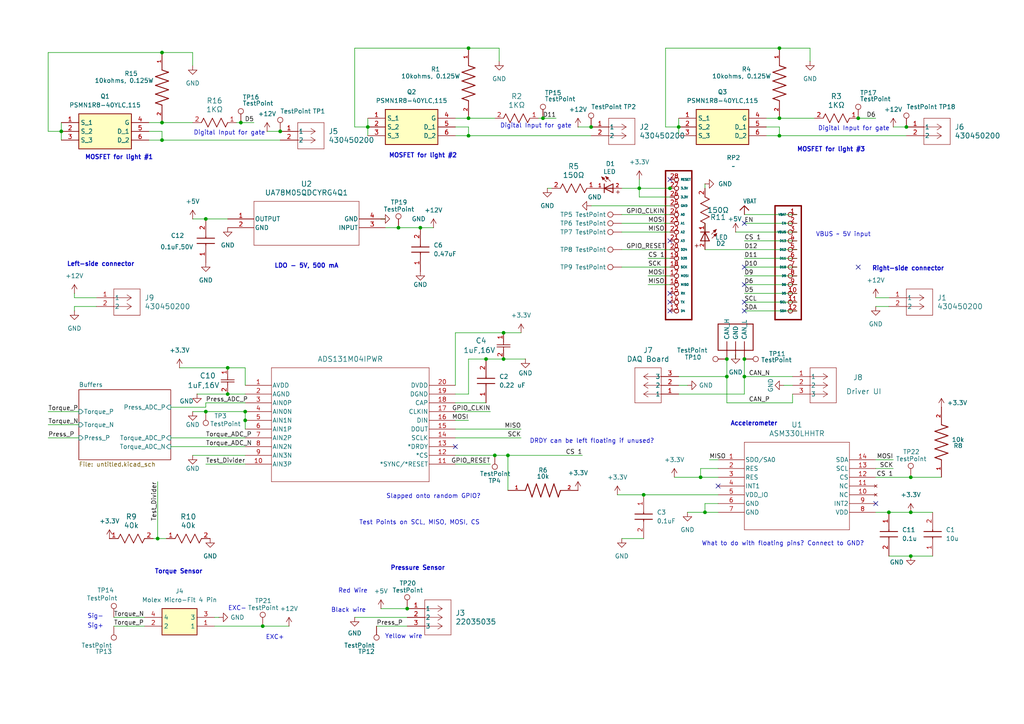
<source format=kicad_sch>
(kicad_sch (version 20231120) (generator "eeschema") (generator_version "8.0")
  (paper "A4")
  (junction (at 140.97 104.14))
  (junction (at 210.82 104.14))
  (junction (at 135.89 34.29))
  (junction (at 248.92 34.29))
  (junction (at 210.82 109.22))
  (junction (at 17.78 38.1))
  (junction (at 46.99 40.64))
  (junction (at 194.31 54.61))
  (junction (at 71.12 119.38))
  (junction (at 203.2 138.43))
  (junction (at 226.06 34.29))
  (junction (at 226.06 39.37))
  (junction (at 264.16 138.43))
  (junction (at 115.57 66.04))
  (junction (at 59.69 63.5))
  (junction (at 146.05 96.52))
  (junction (at 185.42 54.61))
  (junction (at 226.06 13.97))
  (junction (at 46.99 15.24))
  (junction (at 264.16 161.29))
  (junction (at 81.28 38.1))
  (junction (at 143.51 132.08))
  (junction (at 215.9 104.14))
  (junction (at 69.85 35.56))
  (junction (at 118.11 176.53))
  (junction (at 146.05 104.14))
  (junction (at 121.92 66.04))
  (junction (at 46.99 35.56))
  (junction (at 264.16 148.59))
  (junction (at 262.89 36.83))
  (junction (at 257.81 148.59))
  (junction (at 215.9 109.22))
  (junction (at 135.89 13.97))
  (junction (at 66.04 106.68))
  (junction (at 135.89 39.37))
  (junction (at 76.2 181.61))
  (junction (at 66.04 114.3))
  (junction (at 196.85 36.83))
  (junction (at 71.12 121.92))
  (junction (at 106.68 36.83))
  (junction (at 45.72 156.21))
  (junction (at 186.69 143.51))
  (junction (at 59.69 119.38))
  (junction (at 147.32 132.08))
  (junction (at 157.48 34.29))
  (junction (at 171.45 36.83))
  (junction (at 204.47 148.59))
  (no_connect (at 215.9 87.63))
  (no_connect (at 215.9 77.47))
  (no_connect (at 194.31 69.85))
  (no_connect (at 215.9 64.77))
  (no_connect (at 194.31 52.07))
  (no_connect (at 254 146.05))
  (no_connect (at 194.31 90.17))
  (no_connect (at 215.9 82.55))
  (no_connect (at 208.28 140.97))
  (no_connect (at 215.9 90.17))
  (no_connect (at 194.31 87.63))
  (no_connect (at 194.31 85.09))
  (no_connect (at 248.92 77.47))
  (no_connect (at 132.08 129.54))
  (wire (pts (xy 204.47 72.39) (xy 231.14 72.39)))
  (wire (pts (xy 44.45 156.21) (xy 45.72 156.21)))
  (wire (pts (xy 69.85 35.56) (xy 73.66 35.56)))
  (wire (pts (xy 196.85 36.83) (xy 193.04 36.83)))
  (wire (pts (xy 199.39 148.59) (xy 204.47 148.59)))
  (wire (pts (xy 45.72 156.21) (xy 48.26 156.21)))
  (wire (pts (xy 132.08 39.37) (xy 135.89 39.37)))
  (wire (pts (xy 110.49 63.5) (xy 111.76 63.5)))
  (wire (pts (xy 196.85 114.3) (xy 215.9 114.3)))
  (wire (pts (xy 21.59 88.9) (xy 27.94 88.9)))
  (wire (pts (xy 208.28 146.05) (xy 204.47 146.05)))
  (wire (pts (xy 66.04 106.68) (xy 71.12 106.68)))
  (wire (pts (xy 140.97 104.14) (xy 146.05 104.14)))
  (wire (pts (xy 81.28 38.1) (xy 77.47 38.1)))
  (wire (pts (xy 43.18 38.1) (xy 46.99 38.1)))
  (wire (pts (xy 33.02 181.61) (xy 41.91 181.61)))
  (wire (pts (xy 213.36 102.87) (xy 213.36 104.14)))
  (wire (pts (xy 208.28 135.89) (xy 203.2 135.89)))
  (wire (pts (xy 204.47 148.59) (xy 208.28 148.59)))
  (wire (pts (xy 17.78 35.56) (xy 17.78 38.1)))
  (wire (pts (xy 59.69 118.11) (xy 59.69 116.84)))
  (wire (pts (xy 135.89 39.37) (xy 135.89 36.83)))
  (wire (pts (xy 147.32 132.08) (xy 168.91 132.08)))
  (wire (pts (xy 180.34 72.39) (xy 194.31 72.39)))
  (wire (pts (xy 226.06 13.97) (xy 234.95 13.97)))
  (wire (pts (xy 13.97 38.1) (xy 13.97 15.24)))
  (wire (pts (xy 143.51 34.29) (xy 135.89 34.29)))
  (wire (pts (xy 59.69 116.84) (xy 71.12 116.84)))
  (wire (pts (xy 195.58 138.43) (xy 203.2 138.43)))
  (wire (pts (xy 226.06 39.37) (xy 226.06 36.83)))
  (wire (pts (xy 215.9 82.55) (xy 231.14 82.55)))
  (wire (pts (xy 17.78 40.64) (xy 17.78 38.1)))
  (wire (pts (xy 229.87 114.3) (xy 229.87 116.84)))
  (wire (pts (xy 55.88 119.38) (xy 59.69 119.38)))
  (wire (pts (xy 132.08 132.08) (xy 143.51 132.08)))
  (wire (pts (xy 132.08 36.83) (xy 135.89 36.83)))
  (wire (pts (xy 62.23 179.07) (xy 63.5 179.07)))
  (wire (pts (xy 215.9 77.47) (xy 231.14 77.47)))
  (wire (pts (xy 146.05 96.52) (xy 151.13 96.52)))
  (wire (pts (xy 66.04 114.3) (xy 71.12 114.3)))
  (wire (pts (xy 210.82 116.84) (xy 210.82 109.22)))
  (wire (pts (xy 52.07 106.68) (xy 66.04 106.68)))
  (wire (pts (xy 171.45 59.69) (xy 194.31 59.69)))
  (wire (pts (xy 187.96 80.01) (xy 194.31 80.01)))
  (wire (pts (xy 102.87 36.83) (xy 102.87 13.97)))
  (wire (pts (xy 254 133.35) (xy 259.08 133.35)))
  (wire (pts (xy 226.06 34.29) (xy 236.22 34.29)))
  (wire (pts (xy 102.87 13.97) (xy 135.89 13.97)))
  (wire (pts (xy 196.85 34.29) (xy 196.85 36.83)))
  (wire (pts (xy 143.51 132.08) (xy 147.32 132.08)))
  (wire (pts (xy 68.58 35.56) (xy 69.85 35.56)))
  (wire (pts (xy 71.12 106.68) (xy 71.12 111.76)))
  (wire (pts (xy 71.12 121.92) (xy 71.12 124.46)))
  (wire (pts (xy 222.25 34.29) (xy 226.06 34.29)))
  (wire (pts (xy 135.89 39.37) (xy 171.45 39.37)))
  (wire (pts (xy 180.34 156.21) (xy 186.69 156.21)))
  (wire (pts (xy 46.99 35.56) (xy 55.88 35.56)))
  (wire (pts (xy 13.97 127) (xy 22.86 127)))
  (wire (pts (xy 215.9 62.23) (xy 231.14 62.23)))
  (wire (pts (xy 262.89 36.83) (xy 259.08 36.83)))
  (wire (pts (xy 180.34 77.47) (xy 194.31 77.47)))
  (wire (pts (xy 179.07 143.51) (xy 186.69 143.51)))
  (wire (pts (xy 203.2 138.43) (xy 208.28 138.43)))
  (wire (pts (xy 254 86.36) (xy 257.81 86.36)))
  (wire (pts (xy 59.69 134.62) (xy 71.12 134.62)))
  (wire (pts (xy 215.9 109.22) (xy 229.87 109.22)))
  (wire (pts (xy 196.85 109.22) (xy 210.82 109.22)))
  (wire (pts (xy 59.69 63.5) (xy 66.04 63.5)))
  (wire (pts (xy 135.89 114.3) (xy 132.08 114.3)))
  (wire (pts (xy 132.08 96.52) (xy 132.08 111.76)))
  (wire (pts (xy 43.18 35.56) (xy 46.99 35.56)))
  (wire (pts (xy 180.34 67.31) (xy 194.31 67.31)))
  (wire (pts (xy 222.25 36.83) (xy 226.06 36.83)))
  (wire (pts (xy 147.32 132.08) (xy 147.32 142.24)))
  (wire (pts (xy 210.82 104.14) (xy 210.82 109.22)))
  (wire (pts (xy 185.42 54.61) (xy 194.31 54.61)))
  (wire (pts (xy 111.76 66.04) (xy 115.57 66.04)))
  (wire (pts (xy 106.68 39.37) (xy 106.68 36.83)))
  (wire (pts (xy 185.42 57.15) (xy 194.31 57.15)))
  (wire (pts (xy 187.96 82.55) (xy 194.31 82.55)))
  (wire (pts (xy 234.95 13.97) (xy 234.95 17.78)))
  (wire (pts (xy 215.9 64.77) (xy 231.14 64.77)))
  (wire (pts (xy 135.89 104.14) (xy 140.97 104.14)))
  (wire (pts (xy 185.42 52.07) (xy 185.42 54.61)))
  (wire (pts (xy 76.2 181.61) (xy 83.82 181.61)))
  (wire (pts (xy 146.05 104.14) (xy 152.4 104.14)))
  (wire (pts (xy 215.9 69.85) (xy 231.14 69.85)))
  (wire (pts (xy 135.89 13.97) (xy 144.78 13.97)))
  (wire (pts (xy 204.47 64.77) (xy 204.47 67.31)))
  (wire (pts (xy 257.81 148.59) (xy 254 148.59)))
  (wire (pts (xy 21.59 86.36) (xy 21.59 85.09)))
  (wire (pts (xy 55.88 63.5) (xy 59.69 63.5)))
  (wire (pts (xy 21.59 86.36) (xy 27.94 86.36)))
  (wire (pts (xy 254 138.43) (xy 264.16 138.43)))
  (wire (pts (xy 43.18 40.64) (xy 46.99 40.64)))
  (wire (pts (xy 254 88.9) (xy 257.81 88.9)))
  (wire (pts (xy 203.2 135.89) (xy 203.2 138.43)))
  (wire (pts (xy 142.24 134.62) (xy 132.08 134.62)))
  (wire (pts (xy 106.68 34.29) (xy 106.68 36.83)))
  (wire (pts (xy 204.47 54.61) (xy 204.47 53.34)))
  (wire (pts (xy 13.97 119.38) (xy 22.86 119.38)))
  (wire (pts (xy 62.23 181.61) (xy 76.2 181.61)))
  (wire (pts (xy 196.85 111.76) (xy 199.39 111.76)))
  (wire (pts (xy 45.72 139.7) (xy 45.72 156.21)))
  (wire (pts (xy 115.57 66.04) (xy 121.92 66.04)))
  (wire (pts (xy 229.87 111.76) (xy 227.33 111.76)))
  (wire (pts (xy 49.53 127) (xy 71.12 127)))
  (wire (pts (xy 204.47 146.05) (xy 204.47 148.59)))
  (wire (pts (xy 193.04 36.83) (xy 193.04 13.97)))
  (wire (pts (xy 264.16 161.29) (xy 270.51 161.29)))
  (wire (pts (xy 33.02 179.07) (xy 41.91 179.07)))
  (wire (pts (xy 215.9 90.17) (xy 231.14 90.17)))
  (wire (pts (xy 106.68 36.83) (xy 102.87 36.83)))
  (wire (pts (xy 132.08 119.38) (xy 142.24 119.38)))
  (wire (pts (xy 222.25 39.37) (xy 226.06 39.37)))
  (wire (pts (xy 121.92 66.04) (xy 125.73 66.04)))
  (wire (pts (xy 49.53 118.11) (xy 59.69 118.11)))
  (wire (pts (xy 46.99 40.64) (xy 81.28 40.64)))
  (wire (pts (xy 226.06 39.37) (xy 262.89 39.37)))
  (wire (pts (xy 102.87 179.07) (xy 118.11 179.07)))
  (wire (pts (xy 13.97 15.24) (xy 46.99 15.24)))
  (wire (pts (xy 49.53 129.54) (xy 71.12 129.54)))
  (wire (pts (xy 264.16 148.59) (xy 270.51 148.59)))
  (wire (pts (xy 167.64 36.83) (xy 171.45 36.83)))
  (wire (pts (xy 132.08 124.46) (xy 151.13 124.46)))
  (wire (pts (xy 55.88 15.24) (xy 55.88 19.05)))
  (wire (pts (xy 215.9 80.01) (xy 231.14 80.01)))
  (wire (pts (xy 264.16 138.43) (xy 273.05 138.43)))
  (wire (pts (xy 257.81 161.29) (xy 264.16 161.29)))
  (wire (pts (xy 135.89 104.14) (xy 135.89 114.3)))
  (wire (pts (xy 196.85 39.37) (xy 196.85 36.83)))
  (wire (pts (xy 144.78 13.97) (xy 144.78 17.78)))
  (wire (pts (xy 46.99 15.24) (xy 55.88 15.24)))
  (wire (pts (xy 180.34 62.23) (xy 194.31 62.23)))
  (wire (pts (xy 193.04 13.97) (xy 226.06 13.97)))
  (wire (pts (xy 17.78 38.1) (xy 13.97 38.1)))
  (wire (pts (xy 180.34 64.77) (xy 194.31 64.77)))
  (wire (pts (xy 59.69 119.38) (xy 71.12 119.38)))
  (wire (pts (xy 135.89 121.92) (xy 132.08 121.92)))
  (wire (pts (xy 109.22 181.61) (xy 118.11 181.61)))
  (wire (pts (xy 259.08 135.89) (xy 254 135.89)))
  (wire (pts (xy 132.08 116.84) (xy 140.97 116.84)))
  (wire (pts (xy 132.08 34.29) (xy 135.89 34.29)))
  (wire (pts (xy 157.48 34.29) (xy 161.29 34.29)))
  (wire (pts (xy 132.08 96.52) (xy 146.05 96.52)))
  (wire (pts (xy 229.87 116.84) (xy 210.82 116.84)))
  (wire (pts (xy 215.9 109.22) (xy 215.9 114.3)))
  (wire (pts (xy 257.81 148.59) (xy 264.16 148.59)))
  (wire (pts (xy 215.9 87.63) (xy 231.14 87.63)))
  (wire (pts (xy 215.9 104.14) (xy 215.9 109.22)))
  (wire (pts (xy 55.88 132.08) (xy 71.12 132.08)))
  (wire (pts (xy 132.08 127) (xy 151.13 127)))
  (wire (pts (xy 110.49 176.53) (xy 118.11 176.53)))
  (wire (pts (xy 57.15 114.3) (xy 66.04 114.3)))
  (wire (pts (xy 187.96 74.93) (xy 194.31 74.93)))
  (wire (pts (xy 215.9 85.09) (xy 231.14 85.09)))
  (wire (pts (xy 160.02 54.61) (xy 158.75 54.61)))
  (wire (pts (xy 205.74 133.35) (xy 208.28 133.35)))
  (wire (pts (xy 71.12 119.38) (xy 71.12 121.92)))
  (wire (pts (xy 248.92 34.29) (xy 254 34.29)))
  (wire (pts (xy 180.34 54.61) (xy 185.42 54.61)))
  (wire (pts (xy 13.97 123.19) (xy 22.86 123.19)))
  (wire (pts (xy 213.36 67.31) (xy 231.14 67.31)))
  (wire (pts (xy 185.42 54.61) (xy 185.42 57.15)))
  (wire (pts (xy 215.9 74.93) (xy 231.14 74.93)))
  (wire (pts (xy 156.21 34.29) (xy 157.48 34.29)))
  (wire (pts (xy 186.69 143.51) (xy 208.28 143.51)))
  (wire (pts (xy 46.99 40.64) (xy 46.99 38.1)))
  (wire (pts (xy 194.31 54.61) (xy 195.58 54.61)))
  (wire (pts (xy 21.59 88.9) (xy 21.59 90.17)))
  (text "MOSFET for light #2" (at 122.682 45.212 0) (effects (font (size 1.27 1.27) (thickness 0.254) (bold yes))))
  (text "Torque Sensor" (at 51.816 165.862 0) (effects (font (size 1.27 1.27) (thickness 0.254) (bold yes))))
  (text "Black wire" (at 101.092 177.038 0) (effects (font (size 1.27 1.27))))
  (text "Sig+" (at 27.686 181.61 0) (effects (font (size 1.27 1.27))))
  (text "Red Wire" (at 102.362 171.45 0) (effects (font (size 1.27 1.27))))
  (text "Digital Input for gate" (at 155.448 36.576 0) (effects (font (size 1.27 1.27))))
  (text "Digital Input for gate" (at 66.548 38.608 0) (effects (font (size 1.27 1.27))))
  (text "Pressure Sensor" (at 121.158 164.846 0) (effects (font (size 1.27 1.27) (thickness 0.254) (bold yes))))
  (text "VBUS ~ 5V input" (at 244.602 68.072 0) (effects (font (size 1.27 1.27))))
  (text "EXC-" (at 68.834 176.53 0) (effects (font (size 1.27 1.27))))
  (text "Sig-" (at 27.686 178.816 0) (effects (font (size 1.27 1.27))))
  (text "What to do with floating pins? Connect to GND?" (at 227.076 157.734 0) (effects (font (size 1.27 1.27))))
  (text "Left-side connector" (at 29.21 76.708 0) (effects (font (size 1.27 1.27) (thickness 0.254) (bold yes))))
  (text "Right-side connector" (at 263.398 77.978 0) (effects (font (size 1.27 1.27) (thickness 0.254) (bold yes))))
  (text "Accelerometer" (at 218.694 122.936 0) (effects (font (size 1.27 1.27) (thickness 0.254) (bold yes))))
  (text "MOSFET for light #3" (at 241.046 43.434 0) (effects (font (size 1.27 1.27) (thickness 0.254) (bold yes))))
  (text "Digital Input for gate" (at 247.65 37.338 0) (effects (font (size 1.27 1.27))))
  (text "DRDY can be left floating if unused?" (at 171.704 128.016 0) (effects (font (size 1.27 1.27))))
  (text "EXC+" (at 79.756 184.912 0) (effects (font (size 1.27 1.27))))
  (text "LDO - 5V, 500 mA" (at 88.9 77.216 0) (effects (font (size 1.27 1.27) (thickness 0.254) (bold yes))))
  (text "Slapped onto random GPIO?" (at 125.73 144.018 0) (effects (font (size 1.27 1.27))))
  (text "MOSFET for light #1" (at 34.544 45.72 0) (effects (font (size 1.27 1.27) (thickness 0.254) (bold yes))))
  (text "Yellow wire" (at 117.094 184.658 0) (effects (font (size 1.27 1.27))))
  (text "Test Points on SCL, MISO, MOSI, CS\n" (at 121.666 151.638 0) (effects (font (size 1.27 1.27))))
  (label "MISO" (at 187.96 82.55 0))
  (label "MOSI" (at 187.96 64.77 0))
  (label "SDA" (at 215.9 90.17 0) (effects (font (size 1.2446 1.2446))))
  (label "Torque_ADC_N" (at 59.69 129.54 0))
  (label "MISO" (at 187.96 67.31 0))
  (label "D6" (at 215.9 82.55 0) (effects (font (size 1.2446 1.2446))))
  (label "CAN_P" (at 217.17 116.84 0))
  (label "EN" (at 215.9 64.77 0) (effects (font (size 1.2446 1.2446))))
  (label "Torque_N" (at 33.02 179.07 0))
  (label "CS 1" (at 187.96 74.93 0))
  (label "D6" (at 254 34.29 180))
  (label "SCK" (at 259.08 135.89 180))
  (label "CS 1" (at 168.91 132.08 180))
  (label "D10" (at 215.9 77.47 0) (effects (font (size 1.2446 1.2446))))
  (label "GPIO_CLKIN" (at 142.24 119.38 180))
  (label "D5" (at 215.9 85.09 0))
  (label "SCK" (at 187.96 77.47 0) (effects (font (size 1.2446 1.2446))))
  (label "Torque_N" (at 13.97 123.19 0))
  (label "CS 1" (at 259.08 138.43 180))
  (label "Test_Divider" (at 45.72 139.7 270))
  (label "Press_P" (at 109.22 181.61 0))
  (label "MISO" (at 151.13 124.46 180))
  (label "MOSI" (at 187.96 80.01 0))
  (label "Press_P" (at 13.97 127 0))
  (label "GPIO_RESET" (at 181.61 72.39 0))
  (label "Torque_P" (at 13.97 119.38 0))
  (label "D9" (at 215.9 80.01 0) (effects (font (size 1.2446 1.2446))))
  (label "D11" (at 161.29 34.29 180) (effects (font (size 1.2446 1.2446))))
  (label "MOSI" (at 135.89 121.92 180))
  (label "Press_ADC_P" (at 59.69 116.84 0))
  (label "Test_Divider" (at 59.69 134.62 0))
  (label "GPIO_CLKIN" (at 181.61 62.23 0))
  (label "D11" (at 215.9 74.93 0) (effects (font (size 1.2446 1.2446))))
  (label "SCL" (at 215.9 87.63 0) (effects (font (size 1.2446 1.2446))))
  (label "Torque_ADC_P" (at 59.69 127 0))
  (label "CAN_N" (at 217.17 109.22 0))
  (label "CS 1" (at 215.9 69.85 0))
  (label "D12" (at 215.9 72.39 0) (effects (font (size 1.2446 1.2446))))
  (label "Torque_P" (at 33.02 181.61 0))
  (label "GPIO_RESET" (at 142.24 134.62 180))
  (label "SCK" (at 151.13 127 180))
  (label "MISO" (at 205.74 133.35 0))
  (label "D5" (at 73.66 35.56 180))
  (label "MOSI" (at 259.08 133.35 180))
  (symbol (lib_id "Connector:TestPoint") (at 180.34 72.39 90) (unit 1)
    (property "Reference" "TP8" (at 166.116 72.39 90) (effects (justify left)))
    (property "Value" "TestPoint" (at 175.768 72.39 90) (effects (justify left)))
    (property "Footprint" "TestPoint:TestPoint_Pad_D1.0mm" (effects (hide yes)))
    (property "Description" "test point" (effects (hide yes)))
  )
  (symbol (lib_id "SMV_Custom:3-pin Mini Molex Spox") (at 196.85 114.3 180) (unit 1)
    (property "Reference" "J7" (at 187.96 101.6 0) (effects (font (size 1.524 1.524))))
    (property "Value" "DAQ Board" (at 187.96 104.14 0) (effects (font (size 1.524 1.524))))
    (property "Footprint" "SMV_Connectors:3pin_CON_22035035_MOL" (effects (hide yes)))
    (property "Datasheet" "3-pin Mini Molex Spox" (effects (hide yes)))
  )
  (symbol (lib_id "power:VDD") (at 83.82 181.61 0) (unit 1)
    (property "Reference" "#PWR042" (effects (hide yes)))
    (property "Value" "+12V" (at 83.82 176.53 0))
    (property "Description" "Power symbol creates a global label with name \"VDD\"" (effects (hide yes)))
  )
  (symbol (lib_id "power:GND") (at 199.39 111.76 90) (unit 1)
    (property "Reference" "#PWR047" (effects (hide yes)))
    (property "Value" "GND" (at 202.692 111.76 90) (effects (justify right)))
    (property "Description" "Power symbol creates a global label with name \"GND\" , ground" (effects (hide yes)))
  )
  (symbol (lib_id "power:VDD") (at 273.05 118.11 0) (unit 1)
    (property "Reference" "#PWR050" (effects (hide yes)))
    (property "Value" "+3.3V" (at 277.622 116.84 0))
    (property "Description" "Power symbol creates a global label with name \"VDD\"" (effects (hide yes)))
  )
  (symbol (lib_id "Connector:TestPoint") (at 33.02 181.61 180) (unit 1)
    (property "Reference" "TP13" (at 32.512 188.976 0) (effects (justify left)))
    (property "Value" "TestPoint" (at 32.512 187.198 0) (effects (justify left)))
    (property "Footprint" "TestPoint:TestPoint_Pad_D1.0mm" (effects (hide yes)))
    (property "Description" "test point" (effects (hide yes)))
  )
  (symbol (lib_id "power:VDD") (at 110.49 176.53 0) (unit 1)
    (property "Reference" "#PWR043" (effects (hide yes)))
    (property "Value" "+5V" (at 110.49 171.45 0))
    (property "Description" "Power symbol creates a global label with name \"VDD\"" (effects (hide yes)))
  )
  (symbol (lib_id "power:GND") (at 204.47 53.34 90) (unit 1)
    (property "Reference" "#PWR012" (effects (hide yes)))
    (property "Value" "GND" (at 208.28 53.3399 90) (effects (justify right)))
    (property "Description" "Power symbol creates a global label with name \"GND\" , ground" (effects (hide yes)))
  )
  (symbol (lib_id "power:VDD") (at 259.08 36.83 0) (unit 1)
    (property "Reference" "#PWR023" (effects (hide yes)))
    (property "Value" "+12V" (at 259.08 31.75 0))
    (property "Description" "Power symbol creates a global label with name \"VDD\"" (effects (hide yes)))
  )
  (symbol (lib_id "power:GND") (at 110.49 63.5 90) (unit 1)
    (property "Reference" "#PWR027" (effects (hide yes)))
    (property "Value" "GND" (at 119.38 63.4999 90) (effects (justify right)))
    (property "Description" "Power symbol creates a global label with name \"GND\" , ground" (effects (hide yes)))
  )
  (symbol (lib_id "Connector:TestPoint") (at 69.85 35.56 0) (unit 1)
    (property "Reference" "TP16" (at 70.358 28.194 0) (effects (justify left)))
    (property "Value" "TestPoint" (at 70.358 29.972 0) (effects (justify left)))
    (property "Footprint" "TestPoint:TestPoint_Pad_D1.0mm" (effects (hide yes)))
    (property "Description" "test point" (effects (hide yes)))
  )
  (symbol (lib_id "power:GND") (at 66.04 66.04 0) (unit 1)
    (property "Reference" "#PWR026" (effects (hide yes)))
    (property "Value" "GND" (at 66.04 71.12 0))
    (property "Description" "Power symbol creates a global label with name \"GND\" , ground" (effects (hide yes)))
  )
  (symbol (lib_id "SMV_Custom:WL-SMCW_0603") (at 204.47 67.31 270) (unit 1)
    (property "Reference" "D2" (at 209.042 70.612 90))
    (property "Value" "LED" (at 209.296 68.834 90))
    (property "Footprint" "SMV_Passives:WL-SMCW_0603(diode)" (effects (hide yes)))
  )
  (symbol (lib_id "SMV_Custom:3-pin Mini Molex Spox") (at 229.87 109.22 0) (unit 1)
    (property "Reference" "J8" (at 247.396 109.474 0) (effects (font (size 1.524 1.524)) (justify left)))
    (property "Value" "Driver UI" (at 245.364 113.538 0) (effects (font (size 1.524 1.524)) (justify left)))
    (property "Footprint" "SMV_Connectors:3pin_CON_22035035_MOL" (effects (hide yes)))
    (property "Datasheet" "3-pin Mini Molex Spox" (effects (hide yes)))
  )
  (symbol (lib_id "SMV_Custom:CRCW080510K0FKEAC") (at 135.89 24.13 270) (unit 1)
    (property "Reference" "R1" (at 124.968 20.066 90) (effects (justify left)))
    (property "Value" "10kohms, 0.125W" (at 116.332 22.098 90) (effects (justify left)))
    (property "Footprint" "SMV_Passives:0805RESC2012X60N" (effects (hide yes)))
    (property "MF" "Vishay Dale" (effects (hide yes)))
    (property "Description_1" "\n                        \n                            10 kOhms ±1% 0.125W, 1/8W Chip Resistor 0805 (2012 Metric) - Thick Film\n                        \n" (effects (hide yes)))
    (property "Package" "2012 Vishay" (effects (hide yes)))
    (property "Price" "None" (effects (hide yes)))
    (property "SnapEDA_Link" "https://www.snapeda.com/parts/CRCW080510K0FKEAC/Vishay+Dale/view-part/?ref=snap" (effects (hide yes)))
    (property "MP" "CRCW080510K0FKEAC" (effects (hide yes)))
    (property "Availability" "In Stock" (effects (hide yes)))
    (property "Check_prices" "https://www.snapeda.com/parts/CRCW080510K0FKEAC/Vishay+Dale/view-part/?ref=eda" (effects (hide yes)))
  )
  (symbol (lib_id "SMV_Custom:CRCW06031K00FKEA") (at 236.22 34.29 0) (unit 1)
    (property "Reference" "R3" (at 242.57 27.94 0) (effects (font (size 1.524 1.524))))
    (property "Value" "1KΩ" (at 242.57 30.48 0) (effects (font (size 1.524 1.524))))
    (property "Footprint" "SMV_Passives:0805RESC2012X60N" (effects (hide yes)))
    (property "Datasheet" "CRCW06031K00FKEA" (effects (hide yes)))
  )
  (symbol (lib_id "Accelerometer ASM330LHHTR:ASM330LHHTR") (at 208.28 133.35 0) (unit 1)
    (property "Reference" "U1" (at 231.14 123.19 0) (effects (font (size 1.524 1.524))))
    (property "Value" "ASM330LHHTR" (at 231.14 125.73 0) (effects (font (size 1.524 1.524))))
    (property "Footprint" "Accelerometer ASM330LHHTR:LGA-14L_2P5X3X0P83_STM" (effects (hide yes)))
    (property "Datasheet" "ASM330LHHTR" (effects (hide yes)))
  )
  (symbol (lib_id "Connector:TestPoint") (at 115.57 66.04 0) (unit 1)
    (property "Reference" "TP19" (at 113.284 58.674 0) (effects (justify left)))
    (property "Value" "TestPoint" (at 111.252 60.706 0) (effects (justify left)))
    (property "Footprint" "TestPoint:TestPoint_Pad_D1.0mm" (effects (hide yes)))
    (property "Description" "test point" (effects (hide yes)))
  )
  (symbol (lib_id "SMV_Custom:CRCW080510K0FKEAC") (at 46.99 25.4 270) (unit 1)
    (property "Reference" "R15" (at 36.068 21.336 90) (effects (justify left)))
    (property "Value" "10kohms, 0.125W" (at 27.432 23.368 90) (effects (justify left)))
    (property "Footprint" "SMV_Passives:0805RESC2012X60N" (effects (hide yes)))
    (property "MF" "Vishay Dale" (effects (hide yes)))
    (property "Description_1" "\n                        \n                            10 kOhms ±1% 0.125W, 1/8W Chip Resistor 0805 (2012 Metric) - Thick Film\n                        \n" (effects (hide yes)))
    (property "Package" "2012 Vishay" (effects (hide yes)))
    (property "Price" "None" (effects (hide yes)))
    (property "SnapEDA_Link" "https://www.snapeda.com/parts/CRCW080510K0FKEAC/Vishay+Dale/view-part/?ref=snap" (effects (hide yes)))
    (property "MP" "CRCW080510K0FKEAC" (effects (hide yes)))
    (property "Availability" "In Stock" (effects (hide yes)))
    (property "Check_prices" "https://www.snapeda.com/parts/CRCW080510K0FKEAC/Vishay+Dale/view-part/?ref=eda" (effects (hide yes)))
  )
  (symbol (lib_id "Connector:TestPoint") (at 262.89 36.83 0) (unit 1)
    (property "Reference" "TP18" (at 272.288 30.988 0) (effects (justify left)))
    (property "Value" "TestPoint" (at 262.89 30.988 0) (effects (justify left)))
    (property "Footprint" "TestPoint:TestPoint_Pad_D1.0mm" (effects (hide yes)))
    (property "Description" "test point" (effects (hide yes)))
  )
  (symbol (lib_id "Connector:TestPoint") (at 171.45 36.83 0) (unit 1)
    (property "Reference" "TP2" (at 180.848 30.988 0) (effects (justify left)))
    (property "Value" "TestPoint" (at 171.45 30.988 0) (effects (justify left)))
    (property "Footprint" "TestPoint:TestPoint_Pad_D1.0mm" (effects (hide yes)))
    (property "Description" "test point" (effects (hide yes)))
  )
  (symbol (lib_id "power:GND") (at 234.95 17.78 0) (unit 1)
    (property "Reference" "#PWR022" (effects (hide yes)))
    (property "Value" "GND" (at 234.95 22.86 0))
    (property "Description" "Power symbol creates a global label with name \"GND\" , ground" (effects (hide yes)))
  )
  (symbol (lib_id "Connector:TestPoint") (at 180.34 77.47 90) (unit 1)
    (property "Reference" "TP9" (at 166.116 77.47 90) (effects (justify left)))
    (property "Value" "TestPoint" (at 175.768 77.47 90) (effects (justify left)))
    (property "Footprint" "TestPoint:TestPoint_Pad_D1.0mm" (effects (hide yes)))
    (property "Description" "test point" (effects (hide yes)))
  )
  (symbol (lib_id "Connector:TestPoint") (at 157.48 34.29 0) (unit 1)
    (property "Reference" "TP15" (at 157.988 26.924 0) (effects (justify left)))
    (property "Value" "TestPoint" (at 157.988 28.702 0) (effects (justify left)))
    (property "Footprint" "TestPoint:TestPoint_Pad_D1.0mm" (effects (hide yes)))
    (property "Description" "test point" (effects (hide yes)))
  )
  (symbol (lib_id "power:GND") (at 144.78 17.78 0) (unit 1)
    (property "Reference" "#PWR014" (effects (hide yes)))
    (property "Value" "GND" (at 144.78 22.86 0))
    (property "Description" "Power symbol creates a global label with name \"GND\" , ground" (effects (hide yes)))
  )
  (symbol (lib_id "power:VDD") (at 185.42 52.07 0) (unit 1)
    (property "Reference" "#PWR011" (effects (hide yes)))
    (property "Value" "+3.3V" (at 185.42 46.99 0))
    (property "Description" "Power symbol creates a global label with name \"VDD\"" (effects (hide yes)))
  )
  (symbol (lib_id "power:GND") (at 180.34 156.21 0) (unit 1)
    (property "Reference" "#PWR039" (effects (hide yes)))
    (property "Value" "GND" (at 180.34 161.29 0))
    (property "Description" "Power symbol creates a global label with name \"GND\" , ground" (effects (hide yes)))
  )
  (symbol (lib_id "SMV_Custom:C0805C106K8RACTU") (at 270.51 161.29 90) (unit 1)
    (property "Reference" "C1" (at 274.32 153.6699 90) (effects (justify right)))
    (property "Value" "10u" (at 274.32 156.2099 90) (effects (justify right)))
    (property "Footprint" "SMV_Passives:Cap0805" (effects (hide yes)))
    (property "Datasheet" "https://content.kemet.com/datasheets/KEM_C1002_X7R_SMD.pdf" (effects (hide yes)))
    (property "Description" "SMD Comm X7R, Ceramic, 10 uF, 10%, 10 VDC, 25 VDC, 125C, -55C, X7R, SMD, MLCC, Temperature Stable, Class II, 10 % , 10 MOhms, 21 mg, 0805, 2mm, 1.25mm, 1.25mm, 0.75mm, 0.5mm, 2500, 78  Weeks, 80" (effects (hide yes)))
    (property "Height" "1.1" (effects (hide yes)))
    (property "Manufacturer_Name" "KEMET" (effects (hide yes)))
    (property "Manufacturer_Part_Number" "C0805C106K8RACTU" (effects (hide yes)))
    (property "Mouser Part Number" "80-C0805C106K8R" (effects (hide yes)))
    (property "Mouser Price/Stock" "https://www.mouser.co.uk/ProductDetail/KEMET/C0805C106K8RACTU?qs=iP0bYSAMAFqUyr6Ql6ZwXw%3D%3D" (effects (hide yes)))
    (property "Arrow Part Number" "C0805C106K8RACTU" (effects (hide yes)))
    (property "Arrow Price/Stock" "https://www.arrow.com/en/products/c0805c106k8ractu/kemet-corporation?region=nac" (effects (hide yes)))
  )
  (symbol (lib_id "SMV_Custom:C0805C475K4RACTU") (at 121.92 78.74 90) (unit 1)
    (property "Reference" "C6" (at 125.73 71.1199 90) (effects (justify right)))
    (property "Value" "0.47uF" (at 125.73 73.6599 90) (effects (justify right)))
    (property "Footprint" "SMV_Passives:Cap0805" (effects (hide yes)))
    (property "Datasheet" "https://content.kemet.com/datasheets/KEM_C1002_X7R_SMD.pdf" (effects (hide yes)))
    (property "Description" "SMD Comm X7R, Ceramic, 4.7 uF, 10%, 16 VDC, 40 VDC, 125C, -55C, X7R, SMD, MLCC, Temperature Stable, Class II, 10 % , 21.3 MOhms, 21 mg, 0805, 2mm, 1.25mm, 1.25mm, 0.75mm, 0.5mm, 2500, 78  Weeks, 80" (effects (hide yes)))
    (property "Manufacturer_Part_Number" "C0805C475K4RACTU" (effects (hide yes)))
  )
  (symbol (lib_id "SMV_Custom:C0805C104K5RACTU") (at 257.81 148.59 270) (unit 1)
    (property "Reference" "C11" (at 261.62 153.6699 90) (effects (justify left)))
    (property "Value" "0.1u" (at 261.62 156.2099 90) (effects (justify left)))
    (property "Footprint" "SMV_Passives:Cap0805" (effects (hide yes)))
    (property "Datasheet" "https://content.kemet.com/datasheets/KEM_C1002_X7R_SMD.pdf" (effects (hide yes)))
    (property "Description" "SMD Comm X7R, Ceramic, 0.1 uF, 10%, 50 VDC, 125 VDC, 125C, -55C, X7R, SMD, MLCC, Temperature Stable, Class II, 2.5 % , 5 GOhms, 11 mg, 0805, 2mm, 1.25mm, 0.78mm, 0.75mm, 0.5mm, 4000, 78  Weeks, 80" (effects (hide yes)))
    (property "Height" "1.1" (effects (hide yes)))
    (property "Manufacturer_Name" "KEMET" (effects (hide yes)))
    (property "Manufacturer_Part_Number" "C0805C104K5RACTU" (effects (hide yes)))
    (property "Mouser Part Number" "80-C0805C104K5R" (effects (hide yes)))
    (property "Mouser Price/Stock" "https://www.mouser.co.uk/ProductDetail/KEMET/C0805C104K5RACTU?qs=Pc30aiB8zWUISNb2Qeyxfw%3D%3D" (effects (hide yes)))
    (property "Arrow Part Number" "C0805C104K5RACTU" (effects (hide yes)))
    (property "Arrow Price/Stock" "https://www.arrow.com/en/products/c0805c104k5ractu/kemet-corporation?region=nac" (effects (hide yes)))
  )
  (symbol (lib_id "Connector:TestPoint") (at 180.34 64.77 90) (unit 1)
    (property "Reference" "TP6" (at 166.116 64.77 90) (effects (justify left)))
    (property "Value" "TestPoint" (at 175.768 64.77 90) (effects (justify left)))
    (property "Footprint" "TestPoint:TestPoint_Pad_D1.0mm" (effects (hide yes)))
    (property "Description" "test point" (effects (hide yes)))
  )
  (symbol (lib_id "MOSFET PSMN1R8-40YLC,115:PSMN1R8-40YLC,115") (at 17.78 35.56 0) (unit 1)
    (property "Reference" "Q1" (at 30.48 27.94 0))
    (property "Value" "PSMN1R8-40YLC,115" (at 30.48 30.48 0))
    (property "Footprint" "MOSFET PSMN1R8-40YLC,115:PSMN1R840YLC115" (effects (hide yes)))
    (property "Datasheet" "https://assets.nexperia.com/documents/data-sheet/PSMN1R8-40YLC.pdf" (effects (hide yes)))
    (property "Description" "NEXPERIA - PSMN1R8-40YLC,115 - Power MOSFET, N Channel, 40 V, 100 A, 0.0015 ohm, SOT-669, Surface Mount" (effects (hide yes)))
    (property "Height" "1.2" (effects (hide yes)))
    (property "Mouser Part Number" "771-PSMN1R8-40YLC115" (effects (hide yes)))
    (property "Mouser Price/Stock" "https://www.mouser.co.uk/ProductDetail/Nexperia/PSMN1R8-40YLC115?qs=1xqMyJAFMHbXBwfRtq8R%252Bg%3D%3D" (effects (hide yes)))
    (property "Manufacturer_Name" "Nexperia" (effects (hide yes)))
    (property "Manufacturer_Part_Number" "PSMN1R8-40YLC,115" (effects (hide yes)))
  )
  (symbol (lib_id "Microfit_Molex:430450200") (at 262.89 36.83 0) (unit 1)
    (property "Reference" "J6" (at 276.86 36.8299 0) (effects (font (size 1.524 1.524)) (justify left)))
    (property "Value" "430450200" (at 276.86 39.3699 0) (effects (font (size 1.524 1.524)) (justify left)))
    (property "Footprint" "Molex_Microfit:CONN_SD-43045-001_02_MOL" (effects (hide yes)))
    (property "Datasheet" "430450200" (effects (hide yes)))
  )
  (symbol (lib_id "Microfit_Molex:430450200") (at 81.28 38.1 0) (unit 1)
    (property "Reference" "J5" (at 95.25 38.0999 0) (effects (font (size 1.524 1.524)) (justify left)))
    (property "Value" "430450200" (at 95.25 40.6399 0) (effects (font (size 1.524 1.524)) (justify left)))
    (property "Footprint" "Molex_Microfit:CONN_SD-43045-001_02_MOL" (effects (hide yes)))
    (property "Datasheet" "430450200" (effects (hide yes)))
  )
  (symbol (lib_name "RP2040_1") (lib_id "SMV_Custom:RP2040") (at 213.36 83.82 0) (unit 1)
    (property "Reference" "RP2" (at 212.725 45.72 0))
    (property "Value" "~" (at 212.725 48.26 0))
    (property "Footprint" "SMV_Connectors:RP2040" (effects (hide yes)))
  )
  (symbol (lib_id "Connector:TestPoint") (at 118.11 176.53 0) (unit 1)
    (property "Reference" "TP20" (at 115.824 169.164 0) (effects (justify left)))
    (property "Value" "TestPoint" (at 113.792 171.196 0) (effects (justify left)))
    (property "Footprint" "TestPoint:TestPoint_Pad_D1.0mm" (effects (hide yes)))
    (property "Description" "test point" (effects (hide yes)))
  )
  (symbol (lib_id "power:VDD") (at 21.59 85.09 0) (unit 1)
    (property "Reference" "#PWR04" (effects (hide yes)))
    (property "Value" "+12V" (at 21.59 80.01 0))
    (property "Description" "Power symbol creates a global label with name \"VDD\"" (effects (hide yes)))
  )
  (symbol (lib_id "Adafruit RP2040 CAN Bus Feather-eagle-import:VBAT") (at 215.9 59.69 0) (unit 1)
    (property "Reference" "#U$01" (effects (hide yes)))
    (property "Value" "VBAT" (at 219.456 57.658 0) (effects (font (size 1.27 1.0795)) (justify right top)))
  )
  (symbol (lib_id "SMV_Custom:C0805C224K3RACTU") (at 140.97 116.84 90) (unit 1)
    (property "Reference" "C2" (at 144.78 109.2199 90) (effects (justify right)))
    (property "Value" "0.22 uF" (at 144.78 111.7599 90) (effects (justify right)))
    (property "Footprint" "SMV_Passives:Cap0805" (effects (hide yes)))
    (property "Datasheet" "https://content.kemet.com/datasheets/KEM_C1002_X7R_SMD.pdf" (effects (hide yes)))
    (property "Description" "SMD Comm X7R, Ceramic, 0.22 uF, 10%, 25 VDC, 62.5 VDC, 125C, -55C, X7R, SMD, MLCC, Temperature Stable, Class II, 3.5 % , 2.2727 GOhms, 11 mg, 0805, 2mm, 1.25mm, 0.78mm, 0.75mm, 0.5mm, 4000, 78  Weeks, 80" (effects (hide yes)))
    (property "Height" "1.1" (effects (hide yes)))
    (property "Manufacturer_Name" "KEMET" (effects (hide yes)))
    (property "Manufacturer_Part_Number" "C0805C224K3RACTU" (effects (hide yes)))
    (property "Mouser Part Number" "80-C0805C224K3R" (effects (hide yes)))
    (property "Mouser Price/Stock" "https://www.mouser.co.uk/ProductDetail/KEMET/C0805C224K3RACTU?qs=65TyNkaSsCi%2F9y1jBOk4Lg%3D%3D" (effects (hide yes)))
    (property "Arrow Part Number" "C0805C224K3RACTU" (effects (hide yes)))
    (property "Arrow Price/Stock" "https://www.arrow.com/en/products/c0805c224k3ractu/kemet-corporation?region=nac" (effects (hide yes)))
  )
  (symbol (lib_id "Connector:TestPoint") (at 210.82 104.14 90) (unit 1)
    (property "Reference" "TP10" (at 203.454 103.632 90) (effects (justify left)))
    (property "Value" "TestPoint" (at 205.232 101.6 90) (effects (justify left)))
    (property "Footprint" "TestPoint:TestPoint_Pad_D1.0mm" (effects (hide yes)))
    (property "Description" "test point" (effects (hide yes)))
  )
  (symbol (lib_id "power:GND") (at 102.87 179.07 0) (unit 1)
    (property "Reference" "#PWR044" (effects (hide yes)))
    (property "Value" "GND" (at 102.87 183.642 0))
    (property "Description" "Power symbol creates a global label with name \"GND\" , ground" (effects (hide yes)))
  )
  (symbol (lib_id "SMV_Custom:WL-SMCW_0603") (at 175.26 54.61 0) (unit 1)
    (property "Reference" "D1" (at 177.038 47.498 0))
    (property "Value" "LED" (at 176.784 49.784 0))
    (property "Footprint" "SMV_Passives:WL-SMCW_0603(diode)" (effects (hide yes)))
  )
  (symbol (lib_id "power:VDD") (at 151.13 96.52 0) (unit 1)
    (property "Reference" "#PWR041" (effects (hide yes)))
    (property "Value" "+3.3V" (at 151.13 91.44 0))
    (property "Description" "Power symbol creates a global label with name \"VDD\"" (effects (hide yes)))
  )
  (symbol (lib_id "MOSFET PSMN1R8-40YLC,115:PSMN1R8-40YLC,115") (at 196.85 34.29 0) (unit 1)
    (property "Reference" "Q3" (at 209.55 26.67 0))
    (property "Value" "PSMN1R8-40YLC,115" (at 209.55 29.21 0))
    (property "Footprint" "MOSFET PSMN1R8-40YLC,115:PSMN1R840YLC115" (effects (hide yes)))
    (property "Datasheet" "https://assets.nexperia.com/documents/data-sheet/PSMN1R8-40YLC.pdf" (effects (hide yes)))
    (property "Description" "NEXPERIA - PSMN1R8-40YLC,115 - Power MOSFET, N Channel, 40 V, 100 A, 0.0015 ohm, SOT-669, Surface Mount" (effects (hide yes)))
    (property "Height" "1.2" (effects (hide yes)))
    (property "Mouser Part Number" "771-PSMN1R8-40YLC115" (effects (hide yes)))
    (property "Mouser Price/Stock" "https://www.mouser.co.uk/ProductDetail/Nexperia/PSMN1R8-40YLC115?qs=1xqMyJAFMHbXBwfRtq8R%252Bg%3D%3D" (effects (hide yes)))
    (property "Manufacturer_Name" "Nexperia" (effects (hide yes)))
    (property "Manufacturer_Part_Number" "PSMN1R8-40YLC,115" (effects (hide yes)))
  )
  (symbol (lib_id "Connector:TestPoint") (at 59.69 119.38 180) (unit 1)
    (property "Reference" "TP3" (at 65.786 120.65 0) (effects (justify left)))
    (property "Value" "TestPoint" (at 69.85 122.936 0) (effects (justify left)))
    (property "Footprint" "TestPoint:TestPoint_Pad_D1.0mm" (effects (hide yes)))
    (property "Description" "test point" (effects (hide yes)))
  )
  (symbol (lib_id "SMV_Custom:CRCW06031K00FKEA") (at 160.02 54.61 0) (unit 1)
    (property "Reference" "R5" (at 166.37 48.26 0) (effects (font (size 1.524 1.524))))
    (property "Value" "150Ω" (at 166.37 50.8 0) (effects (font (size 1.524 1.524))))
    (property "Footprint" "SMV_Passives:0805RESC2012X60N" (effects (hide yes)))
    (property "Datasheet" "CRCW06031K00FKEA" (effects (hide yes)))
  )
  (symbol (lib_id "Microfit_Molex:430450200") (at 171.45 36.83 0) (unit 1)
    (property "Reference" "J2" (at 185.42 36.8299 0) (effects (font (size 1.524 1.524)) (justify left)))
    (property "Value" "430450200" (at 185.42 39.3699 0) (effects (font (size 1.524 1.524)) (justify left)))
    (property "Footprint" "Molex_Microfit:CONN_SD-43045-001_02_MOL" (effects (hide yes)))
    (property "Datasheet" "430450200" (effects (hide yes)))
  )
  (symbol (lib_id "SMV_Custom:CRCW06031K00FKEA") (at 143.51 34.29 0) (unit 1)
    (property "Reference" "R2" (at 149.86 27.94 0) (effects (font (size 1.524 1.524))))
    (property "Value" "1KΩ" (at 149.86 30.48 0) (effects (font (size 1.524 1.524))))
    (property "Footprint" "SMV_Passives:0805RESC2012X60N" (effects (hide yes)))
    (property "Datasheet" "CRCW06031K00FKEA" (effects (hide yes)))
  )
  (symbol (lib_id "ADC ADS131M04IPWR:ADS131M04IPWR") (at 71.12 111.76 0) (unit 1)
    (property "Reference" "U4" (effects (hide yes)))
    (property "Value" "ADS131M04IPWR" (at 101.6 104.14 0) (effects (font (size 1.524 1.524))))
    (property "Footprint" "ADC ADS131M04IPWR:PW20_TEX" (effects (hide yes)))
    (property "Datasheet" "ADS131M04IPWR" (effects (hide yes)))
  )
  (symbol (lib_id "SMV_Custom:CRCW080510K0FKEAC") (at 157.48 142.24 0) (unit 1)
    (property "Reference" "R6" (at 157.48 136.398 0))
    (property "Value" "10k" (at 157.48 138.176 0))
    (property "Footprint" "SMV_Passives:0805RESC2012X60N" (effects (hide yes)))
    (property "MF" "Vishay Dale" (effects (hide yes)))
    (property "Description_1" "\n                        \n                            10 kOhms ±1% 0.125W, 1/8W Chip Resistor 0805 (2012 Metric) - Thick Film\n                        \n" (effects (hide yes)))
    (property "Package" "2012 Vishay" (effects (hide yes)))
    (property "Price" "None" (effects (hide yes)))
    (property "SnapEDA_Link" "https://www.snapeda.com/parts/CRCW080510K0FKEAC/Vishay+Dale/view-part/?ref=snap" (effects (hide yes)))
    (property "MP" "CRCW080510K0FKEAC" (effects (hide yes)))
    (property "Availability" "In Stock" (effects (hide yes)))
    (property "Check_prices" "https://www.snapeda.com/parts/CRCW080510K0FKEAC/Vishay+Dale/view-part/?ref=eda" (effects (hide yes)))
  )
  (symbol (lib_id "power:GND") (at 152.4 104.14 0) (unit 1)
    (property "Reference" "#PWR021" (effects (hide yes)))
    (property "Value" "GND" (at 152.4 108.204 0))
    (property "Description" "Power symbol creates a global label with name \"GND\" , ground" (effects (hide yes)))
  )
  (symbol (lib_id "SMV_Custom:C0805C105K4RACTU") (at 66.04 106.68 270) (unit 1)
    (property "Reference" "C10" (at 57.912 108.966 90) (effects (font (size 1.524 1.524)) (justify left)))
    (property "Value" "1uF,16V" (at 54.356 111.76 90) (effects (font (size 1.524 1.524)) (justify left)))
    (property "Footprint" "SMV_Passives:Cap0805" (effects (hide yes)))
    (property "Datasheet" "C0805C105K4RACTU" (effects (hide yes)))
  )
  (symbol (lib_id "SMV_Custom:C0805C105K4RACTU") (at 146.05 96.52 270) (unit 1)
    (property "Reference" "C4" (at 137.922 98.806 90) (effects (font (size 1.524 1.524)) (justify left)))
    (property "Value" "1uF,16V" (at 134.366 101.6 90) (effects (font (size 1.524 1.524)) (justify left)))
    (property "Footprint" "SMV_Passives:Cap0805" (effects (hide yes)))
    (property "Datasheet" "C0805C105K4RACTU" (effects (hide yes)))
  )
  (symbol (lib_id "Connector:TestPoint") (at 33.02 179.07 0) (unit 1)
    (property "Reference" "TP14" (at 28.194 171.196 0) (effects (justify left)))
    (property "Value" "TestPoint" (at 25.146 173.482 0) (effects (justify left)))
    (property "Footprint" "TestPoint:TestPoint_Pad_D1.0mm" (effects (hide yes)))
    (property "Description" "test point" (effects (hide yes)))
  )
  (symbol (lib_id "power:VDD") (at 254 86.36 0) (unit 1)
    (property "Reference" "#PWR05" (effects (hide yes)))
    (property "Value" "+12V" (at 254 81.28 0))
    (property "Description" "Power symbol creates a global label with name \"VDD\"" (effects (hide yes)))
  )
  (symbol (lib_id "Microfit_Molex:430450200") (at 27.94 86.36 0) (unit 1)
    (property "Reference" "J9" (at 41.91 86.3599 0) (effects (font (size 1.524 1.524)) (justify left)))
    (property "Value" "430450200" (at 41.91 88.8999 0) (effects (font (size 1.524 1.524)) (justify left)))
    (property "Footprint" "Molex_Microfit:CONN_SD-43045-001_02_MOL" (effects (hide yes)))
    (property "Datasheet" "430450200" (effects (hide yes)))
  )
  (symbol (lib_id "SMV_Custom:CRCW080540K0FKEA") (at 48.26 156.21 0) (unit 1)
    (property "Reference" "R10" (at 54.61 149.86 0) (effects (font (size 1.524 1.524))))
    (property "Value" "40k" (at 54.61 152.4 0) (effects (font (size 1.524 1.524))))
    (property "Footprint" "SMV_Passives:0805RESC2012X60N" (effects (hide yes)))
    (property "Datasheet" "CRCW080540K0FKEA" (effects (hide yes)))
  )
  (symbol (lib_id "Connector:TestPoint") (at 215.9 104.14 270) (unit 1)
    (property "Reference" "TP11" (at 223.012 102.616 90) (effects (justify left)))
    (property "Value" "TestPoint" (at 220.726 104.394 90) (effects (justify left)))
    (property "Footprint" "TestPoint:TestPoint_Pad_D1.0mm" (effects (hide yes)))
    (property "Description" "test point" (effects (hide yes)))
  )
  (symbol (lib_id "power:GND") (at 264.16 161.29 0) (unit 1)
    (property "Reference" "#PWR040" (effects (hide yes)))
    (property "Value" "GND" (at 260.096 163.068 0))
    (property "Description" "Power symbol creates a global label with name \"GND\" , ground" (effects (hide yes)))
  )
  (symbol (lib_id "SMV_Custom:CRCW06031K00FKEA") (at 55.88 35.56 0) (unit 1)
    (property "Reference" "R16" (at 62.23 29.21 0) (effects (font (size 1.524 1.524))))
    (property "Value" "1KΩ" (at 62.23 31.75 0) (effects (font (size 1.524 1.524))))
    (property "Footprint" "SMV_Passives:0805RESC2012X60N" (effects (hide yes)))
    (property "Datasheet" "CRCW06031K00FKEA" (effects (hide yes)))
  )
  (symbol (lib_id "power:GND") (at 60.96 156.21 0) (unit 1)
    (property "Reference" "#PWR09" (effects (hide yes)))
    (property "Value" "GND" (at 60.96 161.29 0))
    (property "Description" "Power symbol creates a global label with name \"GND\" , ground" (effects (hide yes)))
  )
  (symbol (lib_id "power:GND") (at 199.39 148.59 0) (unit 1)
    (property "Reference" "#PWR013" (effects (hide yes)))
    (property "Value" "GND" (at 199.39 153.67 0))
    (property "Description" "Power symbol creates a global label with name \"GND\" , ground" (effects (hide yes)))
  )
  (symbol (lib_id "SMV_Custom:C0805C104K5RACTU") (at 186.69 143.51 270) (unit 1)
    (property "Reference" "C3" (at 190.5 148.5899 90) (effects (justify left)))
    (property "Value" "0.1uF" (at 190.5 151.1299 90) (effects (justify left)))
    (property "Footprint" "SMV_Passives:Cap0805" (effects (hide yes)))
    (property "Datasheet" "https://content.kemet.com/datasheets/KEM_C1002_X7R_SMD.pdf" (effects (hide yes)))
    (property "Description" "SMD Comm X7R, Ceramic, 0.1 uF, 10%, 50 VDC, 125 VDC, 125C, -55C, X7R, SMD, MLCC, Temperature Stable, Class II, 2.5 % , 5 GOhms, 11 mg, 0805, 2mm, 1.25mm, 0.78mm, 0.75mm, 0.5mm, 4000, 78  Weeks, 80" (effects (hide yes)))
    (property "Height" "1.1" (effects (hide yes)))
    (property "Manufacturer_Name" "KEMET" (effects (hide yes)))
    (property "Manufacturer_Part_Number" "C0805C104K5RACTU" (effects (hide yes)))
    (property "Mouser Part Number" "80-C0805C104K5R" (effects (hide yes)))
    (property "Mouser Price/Stock" "https://www.mouser.co.uk/ProductDetail/KEMET/C0805C104K5RACTU?qs=Pc30aiB8zWUISNb2Qeyxfw%3D%3D" (effects (hide yes)))
    (property "Arrow Part Number" "C0805C104K5RACTU" (effects (hide yes)))
    (property "Arrow Price/Stock" "https://www.arrow.com/en/products/c0805c104k5ractu/kemet-corporation?region=nac" (effects (hide yes)))
  )
  (symbol (lib_id "power:VDD") (at 125.73 66.04 0) (unit 1)
    (property "Reference" "#PWR024" (effects (hide yes)))
    (property "Value" "+12V" (at 125.73 60.96 0))
    (property "Description" "Power symbol creates a global label with name \"VDD\"" (effects (hide yes)))
  )
  (symbol (lib_id "power:VDD") (at 31.75 156.21 0) (unit 1)
    (property "Reference" "#PWR08" (effects (hide yes)))
    (property "Value" "+3.3V" (at 31.75 151.13 0))
    (property "Description" "Power symbol creates a global label with name \"VDD\"" (effects (hide yes)))
  )
  (symbol (lib_id "power:GND") (at 121.92 78.74 0) (unit 1)
    (property "Reference" "#PWR029" (effects (hide yes)))
    (property "Value" "GND" (at 121.92 82.55 0))
    (property "Description" "Power symbol creates a global label with name \"GND\" , ground" (effects (hide yes)))
  )
  (symbol (lib_id "power:VDD") (at 52.07 106.68 0) (unit 1)
    (property "Reference" "#PWR019" (effects (hide yes)))
    (property "Value" "+3.3V" (at 52.07 101.6 0))
    (property "Description" "Power symbol creates a global label with name \"VDD\"" (effects (hide yes)))
  )
  (symbol (lib_id "power:GND") (at 59.69 76.2 0) (unit 1)
    (property "Reference" "#PWR028" (effects (hide yes)))
    (property "Value" "GND" (at 59.69 81.28 0))
    (property "Description" "Power symbol creates a global label with name \"GND\" , ground" (effects (hide yes)))
  )
  (symbol (lib_id "power:GND") (at 171.45 59.69 270) (unit 1)
    (property "Reference" "#PWR017" (effects (hide yes)))
    (property "Value" "GND" (at 170.434 57.15 90) (effects (justify left)))
    (property "Description" "Power symbol creates a global label with name \"GND\" , ground" (effects (hide yes)))
  )
  (symbol (lib_id "SMV_Custom:CRCW080510K0FKEAC") (at 226.06 24.13 270) (unit 1)
    (property "Reference" "R4" (at 215.138 20.066 90) (effects (justify left)))
    (property "Value" "10kohms, 0.125W" (at 206.502 22.098 90) (effects (justify left)))
    (property "Footprint" "SMV_Passives:0805RESC2012X60N" (effects (hide yes)))
    (property "MF" "Vishay Dale" (effects (hide yes)))
    (property "Description_1" "\n                        \n                            10 kOhms ±1% 0.125W, 1/8W Chip Resistor 0805 (2012 Metric) - Thick Film\n                        \n" (effects (hide yes)))
    (property "Package" "2012 Vishay" (effects (hide yes)))
    (property "Price" "None" (effects (hide yes)))
    (property "SnapEDA_Link" "https://www.snapeda.com/parts/CRCW080510K0FKEAC/Vishay+Dale/view-part/?ref=snap" (effects (hide yes)))
    (property "MP" "CRCW080510K0FKEAC" (effects (hide yes)))
    (property "Availability" "In Stock" (effects (hide yes)))
    (property "Check_prices" "https://www.snapeda.com/parts/CRCW080510K0FKEAC/Vishay+Dale/view-part/?ref=eda" (effects (hide yes)))
  )
  (symbol (lib_id "power:GND") (at 55.88 119.38 0) (unit 1)
    (property "Reference" "#PWR03" (effects (hide yes)))
    (property "Value" "GND" (at 55.88 123.19 0))
    (property "Description" "Power symbol creates a global label with name \"GND\" , ground" (effects (hide yes)))
  )
  (symbol (lib_id "power:VDD") (at 179.07 143.51 0) (unit 1)
    (property "Reference" "#PWR037" (effects (hide yes)))
    (property "Value" "+3.3V" (at 179.07 138.43 0))
    (property "Description" "Power symbol creates a global label with name \"VDD\"" (effects (hide yes)))
  )
  (symbol (lib_id "SMV_Custom:C0805C104K5RACTU") (at 59.69 76.2 90) (unit 1)
    (property "Reference" "C12" (at 49.53 68.326 90) (effects (justify right)))
    (property "Value" "0.1uF,50V" (at 46.482 71.628 90) (effects (justify right)))
    (property "Footprint" "SMV_Passives:Cap0805" (effects (hide yes)))
    (property "Datasheet" "https://content.kemet.com/datasheets/KEM_C1002_X7R_SMD.pdf" (effects (hide yes)))
    (property "Description" "SMD Comm X7R, Ceramic, 0.1 uF, 10%, 50 VDC, 125 VDC, 125C, -55C, X7R, SMD, MLCC, Temperature Stable, Class II, 2.5 % , 5 GOhms, 11 mg, 0805, 2mm, 1.25mm, 0.78mm, 0.75mm, 0.5mm, 4000, 78  Weeks, 80" (effects (hide yes)))
    (property "Height" "1.1" (effects (hide yes)))
    (property "Manufacturer_Name" "KEMET" (effects (hide yes)))
    (property "Manufacturer_Part_Number" "C0805C104K5RACTU" (effects (hide yes)))
    (property "Mouser Part Number" "80-C0805C104K5R" (effects (hide yes)))
    (property "Mouser Price/Stock" "https://www.mouser.co.uk/ProductDetail/KEMET/C0805C104K5RACTU?qs=Pc30aiB8zWUISNb2Qeyxfw%3D%3D" (effects (hide yes)))
    (property "Arrow Part Number" "C0805C104K5RACTU" (effects (hide yes)))
    (property "Arrow Price/Stock" "https://www.arrow.com/en/products/c0805c104k5ractu/kemet-corporation?region=nac" (effects (hide yes)))
  )
  (symbol (lib_id "SMV_Custom:UA78M05QDCYRG4Q1") (at 66.04 63.5 0) (unit 1)
    (property "Reference" "U2" (at 88.9 53.34 0) (effects (font (size 1.524 1.524))))
    (property "Value" "UA78M05QDCYRG4Q1" (at 88.9 55.88 0) (effects (font (size 1.524 1.524))))
    (property "Footprint" "SMV_ICs:DCY4_TEX" (effects (hide yes)))
    (property "Datasheet" "UA78M05QDCYRG4Q1" (effects (hide yes)))
  )
  (symbol (lib_id "power:GND") (at 63.5 179.07 90) (unit 1)
    (property "Reference" "#PWR045" (effects (hide yes)))
    (property "Value" "GND" (at 66.802 179.07 90) (effects (justify right)))
    (property "Description" "Power symbol creates a global label with name \"GND\" , ground" (effects (hide yes)))
  )
  (symbol (lib_id "Microfit_Molex:430450200") (at 257.81 86.36 0) (unit 1)
    (property "Reference" "J1" (at 271.78 86.3599 0) (effects (font (size 1.524 1.524)) (justify left)))
    (property "Value" "430450200" (at 271.78 88.8999 0) (effects (font (size 1.524 1.524)) (justify left)))
    (property "Footprint" "Molex_Microfit:CONN_SD-43045-001_02_MOL" (effects (hide yes)))
    (property "Datasheet" "430450200" (effects (hide yes)))
  )
  (symbol (lib_id "Connector:TestPoint") (at 248.92 34.29 0) (unit 1)
    (property "Reference" "TP17" (at 249.428 26.924 0) (effects (justify left)))
    (property "Value" "TestPoint" (at 249.428 28.702 0) (effects (justify left)))
    (property "Footprint" "TestPoint:TestPoint_Pad_D1.0mm" (effects (hide yes)))
    (property "Description" "test point" (effects (hide yes)))
  )
  (symbol (lib_id "power:VDD") (at 195.58 138.43 0) (unit 1)
    (property "Reference" "#PWR033" (effects (hide yes)))
    (property "Value" "+3.3V" (at 195.58 133.35 0))
    (property "Description" "Power symbol creates a global label with name \"VDD\"" (effects (hide yes)))
  )
  (symbol (lib_id "power:VDD") (at 55.88 63.5 0) (unit 1)
    (property "Reference" "#PWR025" (effects (hide yes)))
    (property "Value" "+5V" (at 55.88 58.42 0))
    (property "Description" "Power symbol creates a global label with name \"VDD\"" (effects (hide yes)))
  )
  (symbol (lib_id "power:GND") (at 213.36 102.87 0) (unit 1)
    (property "Reference" "#PWR046" (effects (hide yes)))
    (property "Value" "GND" (at 213.36 107.95 0))
    (property "Description" "Power symbol creates a global label with name \"GND\" , ground" (effects (hide yes)))
  )
  (symbol (lib_id "SMV_Custom:CRCW080540K0FKEA") (at 31.75 156.21 0) (unit 1)
    (property "Reference" "R9" (at 38.1 149.86 0) (effects (font (size 1.524 1.524))))
    (property "Value" "40k" (at 38.1 152.4 0) (effects (font (size 1.524 1.524))))
    (property "Footprint" "SMV_Passives:0805RESC2012X60N" (effects (hide yes)))
    (property "Datasheet" "CRCW080540K0FKEA" (effects (hide yes)))
  )
  (symbol (lib_id "power:GND") (at 57.15 114.3 0) (unit 1)
    (property "Reference" "#PWR020" (effects (hide yes)))
    (property "Value" "GND" (at 54.102 116.332 0))
    (property "Description" "Power symbol creates a global label with name \"GND\" , ground" (effects (hide yes)))
  )
  (symbol (lib_id "Connector:TestPoint") (at 180.34 67.31 90) (unit 1)
    (property "Reference" "TP7" (at 166.116 67.31 90) (effects (justify left)))
    (property "Value" "TestPoint" (at 175.768 67.31 90) (effects (justify left)))
    (property "Footprint" "TestPoint:TestPoint_Pad_D1.0mm" (effects (hide yes)))
    (property "Description" "test point" (effects (hide yes)))
  )
  (symbol (lib_id "Connector:TestPoint") (at 109.22 181.61 180) (unit 1)
    (property "Reference" "TP12" (at 108.712 188.976 0) (effects (justify left)))
    (property "Value" "TestPoint" (at 108.712 187.198 0) (effects (justify left)))
    (property "Footprint" "TestPoint:TestPoint_Pad_D1.0mm" (effects (hide yes)))
    (property "Description" "test point" (effects (hide yes)))
  )
  (symbol (lib_id "SMV_Custom:Molex Micro-Fit 4 Pin") (at 41.91 179.07 0) (unit 1)
    (property "Reference" "J4" (at 52.07 171.45 0))
    (property "Value" "Molex Micro-Fit 4 Pin" (at 52.07 173.99 0))
    (property "Footprint" "SMV_Connectors:4_pin0430450401" (effects (hide yes)))
    (property "Datasheet" "https://www.arrow.com/en/products/0430450401/molex?region=europe" (effects (hide yes)))
    (property "Description" "Micro-Fit 3.0 Vertical Header, 3.00mm Pitch, Dual Row,  Circuits, with PCB Polarizing Peg, Tin, Glow-Wire Capable, Black" (effects (hide yes)))
    (property "Height" "9.02" (effects (hide yes)))
    (property "Arrow Part Number" "0430450401" (effects (hide yes)))
    (property "Arrow Price/Stock" "https://www.arrow.com/en/products/0430450401/molex?region=europe" (effects (hide yes)))
    (property "Manufacturer_Name" "Molex" (effects (hide yes)))
    (property "Manufacturer_Part_Number" "0430450401" (effects (hide yes)))
  )
  (symbol (lib_id "power:GND") (at 55.88 19.05 0) (unit 1)
    (property "Reference" "#PWR02" (effects (hide yes)))
    (property "Value" "GND" (at 55.88 24.13 0))
    (property "Description" "Power symbol creates a global label with name \"GND\" , ground" (effects (hide yes)))
  )
  (symbol (lib_id "power:GND") (at 227.33 111.76 270) (unit 1)
    (property "Reference" "#PWR048" (effects (hide yes)))
    (property "Value" "GND" (at 223.52 111.76 0))
    (property "Description" "Power symbol creates a global label with name \"GND\" , ground" (effects (hide yes)))
  )
  (symbol (lib_id "power:VDD") (at 213.36 67.31 0) (unit 1)
    (property "Reference" "#PWR018" (effects (hide yes)))
    (property "Value" "+5V" (at 213.106 63.5 0))
    (property "Description" "Power symbol creates a global label with name \"VDD\"" (effects (hide yes)))
  )
  (symbol (lib_id "power:VDD") (at 167.64 142.24 0) (unit 1)
    (property "Reference" "#PWR051" (effects (hide yes)))
    (property "Value" "+3.3V" (at 167.64 137.16 0))
    (property "Description" "Power symbol creates a global label with name \"VDD\"" (effects (hide yes)))
  )
  (symbol (lib_id "Connector:TestPoint") (at 81.28 38.1 0) (unit 1)
    (property "Reference" "TP1" (at 90.678 32.258 0) (effects (justify left)))
    (property "Value" "TestPoint" (at 81.28 32.258 0) (effects (justify left)))
    (property "Footprint" "TestPoint:TestPoint_Pad_D1.5mm" (effects (hide yes)))
    (property "Description" "test point" (effects (hide yes)))
  )
  (symbol (lib_id "power:VDD") (at 77.47 38.1 0) (unit 1)
    (property "Reference" "#PWR07" (effects (hide yes)))
    (property "Value" "+12V" (at 77.47 33.02 0))
    (property "Description" "Power symbol creates a global label with name \"VDD\"" (effects (hide yes)))
  )
  (symbol (lib_id "SMV_Custom:CRCW06031K00FKEA") (at 204.47 54.61 270) (unit 1)
    (property "Reference" "R11" (at 208.28 62.992 90) (effects (font (size 1.524 1.524))))
    (property "Value" "150Ω" (at 208.28 60.96 90) (effects (font (size 1.524 1.524))))
    (property "Footprint" "SMV_Passives:0805RESC2012X60N" (effects (hide yes)))
    (property "Datasheet" "CRCW06031K00FKEA" (effects (hide yes)))
  )
  (symbol (lib_id "power:GND") (at 158.75 54.61 0) (unit 1)
    (property "Reference" "#PWR010" (effects (hide yes)))
    (property "Value" "GND" (at 158.75 59.69 0))
    (property "Description" "Power symbol creates a global label with name \"GND\" , ground" (effects (hide yes)))
  )
  (symbol (lib_id "power:GND") (at 55.88 132.08 0) (unit 1)
    (property "Reference" "#PWR032" (effects (hide yes)))
    (property "Value" "GND" (at 55.88 135.89 0))
    (property "Description" "Power symbol creates a global label with name \"GND\" , ground" (effects (hide yes)))
  )
  (symbol (lib_id "SMV_Custom:3-pin Mini Molex Spox") (at 118.11 176.53 0) (unit 1)
    (property "Reference" "J3" (at 132.08 177.7999 0) (effects (font (size 1.524 1.524)) (justify left)))
    (property "Value" "22035035" (at 132.08 180.3399 0) (effects (font (size 1.524 1.524)) (justify left)))
    (property "Footprint" "SMV_Connectors:3pin_CON_22035035_MOL" (effects (hide yes)))
    (property "Datasheet" "3-pin Mini Molex Spox" (effects (hide yes)))
  )
  (symbol (lib_id "Connector:TestPoint") (at 180.34 62.23 90) (unit 1)
    (property "Reference" "TP5" (at 166.116 62.23 90) (effects (justify left)))
    (property "Value" "TestPoint" (at 175.768 62.23 90) (effects (justify left)))
    (property "Footprint" "TestPoint:TestPoint_Pad_D1.0mm" (effects (hide yes)))
    (property "Description" "test point" (effects (hide yes)))
  )
  (symbol (lib_id "power:VDD") (at 167.64 36.83 0) (unit 1)
    (property "Reference" "#PWR015" (effects (hide yes)))
    (property "Value" "+12V" (at 167.64 31.75 0))
    (property "Description" "Power symbol creates a global label with name \"VDD\"" (effects (hide yes)))
  )
  (symbol (lib_id "power:GND") (at 254 88.9 0) (unit 1)
    (property "Reference" "#PWR06" (effects (hide yes)))
    (property "Value" "GND" (at 254 93.98 0))
    (property "Description" "Power symbol creates a global label with name \"GND\" , ground" (effects (hide yes)))
  )
  (symbol (lib_id "Connector:TestPoint") (at 76.2 181.61 0) (unit 1)
    (property "Reference" "TP21" (at 73.914 174.244 0) (effects (justify left)))
    (property "Value" "TestPoint" (at 71.882 176.276 0) (effects (justify left)))
    (property "Footprint" "TestPoint:TestPoint_Pad_D1.0mm" (effects (hide yes)))
    (property "Description" "test point" (effects (hide yes)))
  )
  (symbol (lib_id "power:VDD") (at 264.16 148.59 0) (unit 1)
    (property "Reference" "#PWR038" (effects (hide yes)))
    (property "Value" "+3.3V" (at 264.16 143.51 0))
    (property "Description" "Power symbol creates a global label with name \"VDD\"" (effects (hide yes)))
  )
  (symbol (lib_id "Connector:TestPoint") (at 264.16 138.43 0) (unit 1)
    (property "Reference" "TP22" (at 261.874 131.064 0) (effects (justify left)))
    (property "Value" "TestPoint" (at 259.842 133.096 0) (effects (justify left)))
    (property "Footprint" "TestPoint:TestPoint_Pad_D1.0mm" (effects (hide yes)))
    (property "Description" "test point" (effects (hide yes)))
  )
  (symbol (lib_id "MOSFET PSMN1R8-40YLC,115:PSMN1R8-40YLC,115") (at 106.68 34.29 0) (unit 1)
    (property "Reference" "Q2" (at 119.38 26.67 0))
    (property "Value" "PSMN1R8-40YLC,115" (at 119.38 29.21 0))
    (property "Footprint" "MOSFET PSMN1R8-40YLC,115:PSMN1R840YLC115" (effects (hide yes)))
    (property "Datasheet" "https://assets.nexperia.com/documents/data-sheet/PSMN1R8-40YLC.pdf" (effects (hide yes)))
    (property "Description" "NEXPERIA - PSMN1R8-40YLC,115 - Power MOSFET, N Channel, 40 V, 100 A, 0.0015 ohm, SOT-669, Surface Mount" (effects (hide yes)))
    (property "Height" "1.2" (effects (hide yes)))
    (property "Mouser Part Number" "771-PSMN1R8-40YLC115" (effects (hide yes)))
    (property "Mouser Price/Stock" "https://www.mouser.co.uk/ProductDetail/Nexperia/PSMN1R8-40YLC115?qs=1xqMyJAFMHbXBwfRtq8R%252Bg%3D%3D" (effects (hide yes)))
    (property "Manufacturer_Name" "Nexperia" (effects (hide yes)))
    (property "Manufacturer_Part_Number" "PSMN1R8-40YLC,115" (effects (hide yes)))
  )
  (symbol (lib_id "power:GND") (at 21.59 90.17 0) (unit 1)
    (property "Reference" "#PWR01" (effects (hide yes)))
    (property "Value" "GND" (at 21.59 95.25 0))
    (property "Description" "Power symbol creates a global label with name \"GND\" , ground" (effects (hide yes)))
  )
  (symbol (lib_id "SMV_Custom:CRCW080510K0FKEAC") (at 273.05 128.27 90) (unit 1)
    (property "Reference" "R8" (at 277.876 129.286 90))
    (property "Value" "10k" (at 277.876 127.508 90))
    (property "Footprint" "SMV_Passives:0805RESC2012X60N" (effects (hide yes)))
    (property "MF" "Vishay Dale" (effects (hide yes)))
    (property "Description_1" "\n                        \n                            10 kOhms ±1% 0.125W, 1/8W Chip Resistor 0805 (2012 Metric) - Thick Film\n                        \n" (effects (hide yes)))
    (property "Package" "2012 Vishay" (effects (hide yes)))
    (property "Price" "None" (effects (hide yes)))
    (property "SnapEDA_Link" "https://www.snapeda.com/parts/CRCW080510K0FKEAC/Vishay+Dale/view-part/?ref=snap" (effects (hide yes)))
    (property "MP" "CRCW080510K0FKEAC" (effects (hide yes)))
    (property "Availability" "In Stock" (effects (hide yes)))
    (property "Check_prices" "https://www.snapeda.com/parts/CRCW080510K0FKEAC/Vishay+Dale/view-part/?ref=eda" (effects (hide yes)))
  )
  (symbol (lib_id "Connector:TestPoint") (at 143.51 132.08 180) (unit 1)
    (property "Reference" "TP4" (at 145.288 139.446 0) (effects (justify left)))
    (property "Value" "TestPoint" (at 148.082 137.414 0) (effects (justify left)))
    (property "Footprint" "TestPoint:TestPoint_Pad_D1.0mm" (effects (hide yes)))
    (property "Description" "test point" (effects (hide yes)))
  )
  (sheet (at 22.86 113.03) (size 26.67 20.32) (stroke (width 0.1524))
    (property "Sheetname" "Buffers" (at 22.86 112.3184 0) (effects (justify left bottom)))
    (property "Sheetfile" "untitled.kicad_sch" (at 22.86 133.9346 0) (effects (justify left top)))
    (pin "Torque_N" input (at 22.86 123.19 180))
    (pin "Torque_ADC_N" input (at 49.53 129.54 0))
    (pin "Torque_P" input (at 22.86 119.38 180))
    (pin "Press_ADC_P" input (at 49.53 118.11 0))
    (pin "Torque_ADC_P" input (at 49.53 127 0))
    (pin "Press_P" input (at 22.86 127 180))
  )
)
</source>
